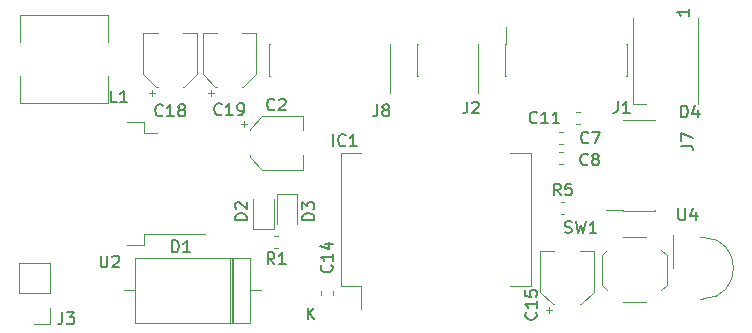
<source format=gbr>
G04 #@! TF.GenerationSoftware,KiCad,Pcbnew,5.1.0*
G04 #@! TF.CreationDate,2019-04-02T20:23:27-06:00*
G04 #@! TF.ProjectId,minisumo-FreeRTOS,6d696e69-7375-46d6-9f2d-467265655254,rev?*
G04 #@! TF.SameCoordinates,Original*
G04 #@! TF.FileFunction,Legend,Top*
G04 #@! TF.FilePolarity,Positive*
%FSLAX46Y46*%
G04 Gerber Fmt 4.6, Leading zero omitted, Abs format (unit mm)*
G04 Created by KiCad (PCBNEW 5.1.0) date 2019-04-02 20:23:27*
%MOMM*%
%LPD*%
G04 APERTURE LIST*
%ADD10C,0.120000*%
%ADD11C,0.150000*%
G04 APERTURE END LIST*
D10*
X121325000Y-94700000D02*
X122425000Y-94700000D01*
X121325000Y-93750000D02*
X121325000Y-94700000D01*
X119825000Y-93750000D02*
X121325000Y-93750000D01*
X121325000Y-103200000D02*
X126450000Y-103200000D01*
X121325000Y-104150000D02*
X121325000Y-103200000D01*
X119825000Y-104150000D02*
X121325000Y-104150000D01*
X118200000Y-84700000D02*
X118200000Y-87000000D01*
X110800000Y-84700000D02*
X118200000Y-84700000D01*
X110800000Y-87000000D02*
X110800000Y-84700000D01*
X110800000Y-92100000D02*
X110800000Y-89800000D01*
X118200000Y-92100000D02*
X110800000Y-92100000D01*
X118200000Y-89800000D02*
X118200000Y-92100000D01*
X137950000Y-96400000D02*
X137950000Y-107600000D01*
X139700000Y-107600000D02*
X139700000Y-109600000D01*
X137950000Y-107600000D02*
X139700000Y-107600000D01*
X154050000Y-107600000D02*
X152300000Y-107600000D01*
X154050000Y-96400000D02*
X154050000Y-107600000D01*
X154050000Y-96400000D02*
X152300000Y-96400000D01*
X137950000Y-96400000D02*
X139700000Y-96400000D01*
X134760000Y-97760000D02*
X134760000Y-96560000D01*
X134760000Y-93240000D02*
X134760000Y-94440000D01*
X131304437Y-93240000D02*
X134760000Y-93240000D01*
X131304437Y-97760000D02*
X134760000Y-97760000D01*
X130240000Y-96695563D02*
X130240000Y-96560000D01*
X130240000Y-94304437D02*
X130240000Y-94440000D01*
X130240000Y-94304437D02*
X131304437Y-93240000D01*
X130240000Y-96695563D02*
X131304437Y-97760000D01*
X129500000Y-93940000D02*
X130000000Y-93940000D01*
X129750000Y-93690000D02*
X129750000Y-94190000D01*
X156437221Y-95610000D02*
X156762779Y-95610000D01*
X156437221Y-94590000D02*
X156762779Y-94590000D01*
X156437221Y-96290000D02*
X156762779Y-96290000D01*
X156437221Y-97310000D02*
X156762779Y-97310000D01*
X157837221Y-92890000D02*
X158162779Y-92890000D01*
X157837221Y-93910000D02*
X158162779Y-93910000D01*
X137310000Y-108362779D02*
X137310000Y-108037221D01*
X136290000Y-108362779D02*
X136290000Y-108037221D01*
X159360000Y-104640000D02*
X158160000Y-104640000D01*
X154840000Y-104640000D02*
X156040000Y-104640000D01*
X154840000Y-108095563D02*
X154840000Y-104640000D01*
X159360000Y-108095563D02*
X159360000Y-104640000D01*
X158295563Y-109160000D02*
X158160000Y-109160000D01*
X155904437Y-109160000D02*
X156040000Y-109160000D01*
X155904437Y-109160000D02*
X154840000Y-108095563D01*
X158295563Y-109160000D02*
X159360000Y-108095563D01*
X155540000Y-109900000D02*
X155540000Y-109400000D01*
X155290000Y-109650000D02*
X155790000Y-109650000D01*
X130250000Y-110720000D02*
X130250000Y-105280000D01*
X130250000Y-105280000D02*
X120510000Y-105280000D01*
X120510000Y-105280000D02*
X120510000Y-110720000D01*
X120510000Y-110720000D02*
X130250000Y-110720000D01*
X131160000Y-108000000D02*
X130250000Y-108000000D01*
X119600000Y-108000000D02*
X120510000Y-108000000D01*
X128705000Y-110720000D02*
X128705000Y-105280000D01*
X128585000Y-110720000D02*
X128585000Y-105280000D01*
X128825000Y-110720000D02*
X128825000Y-105280000D01*
X130550000Y-102800000D02*
X132250000Y-102800000D01*
X132250000Y-102800000D02*
X132250000Y-100250000D01*
X130550000Y-102800000D02*
X130550000Y-100250000D01*
X134250000Y-99800000D02*
X134250000Y-102350000D01*
X132550000Y-99800000D02*
X132550000Y-102350000D01*
X134250000Y-99800000D02*
X132550000Y-99800000D01*
X168150000Y-84950000D02*
X168150000Y-92250000D01*
X162650000Y-84950000D02*
X162650000Y-92250000D01*
X162650000Y-92250000D02*
X163800000Y-92250000D01*
X149600000Y-87170000D02*
X149600000Y-89830000D01*
X149600000Y-89830000D02*
X149540000Y-89830000D01*
X144460000Y-89830000D02*
X144400000Y-89830000D01*
X144400000Y-87170000D02*
X144400000Y-89830000D01*
X149600000Y-87170000D02*
X149540000Y-87170000D01*
X144460000Y-87170000D02*
X144400000Y-87170000D01*
X149540000Y-89830000D02*
X149540000Y-91290000D01*
X164530000Y-101270000D02*
X161870000Y-101270000D01*
X161870000Y-101270000D02*
X161870000Y-101210000D01*
X161870000Y-93590000D02*
X161870000Y-93530000D01*
X164530000Y-93530000D02*
X161870000Y-93530000D01*
X164530000Y-101270000D02*
X164530000Y-101210000D01*
X164530000Y-93590000D02*
X164530000Y-93530000D01*
X161870000Y-101210000D02*
X160410000Y-101210000D01*
X142140000Y-87170000D02*
X142140000Y-89830000D01*
X142140000Y-89830000D02*
X142080000Y-89830000D01*
X131920000Y-89830000D02*
X131860000Y-89830000D01*
X131860000Y-87170000D02*
X131860000Y-89830000D01*
X142140000Y-87170000D02*
X142080000Y-87170000D01*
X131920000Y-87170000D02*
X131860000Y-87170000D01*
X142080000Y-89830000D02*
X142080000Y-91290000D01*
X132650279Y-104410000D02*
X132324721Y-104410000D01*
X132650279Y-103390000D02*
X132324721Y-103390000D01*
X156549721Y-100490000D02*
X156875279Y-100490000D01*
X156549721Y-101510000D02*
X156875279Y-101510000D01*
X160500000Y-104550000D02*
X160050000Y-105000000D01*
X160500000Y-107950000D02*
X160050000Y-107500000D01*
X165100000Y-107950000D02*
X165550000Y-107500000D01*
X165100000Y-104550000D02*
X165550000Y-105000000D01*
X163800000Y-109000000D02*
X161800000Y-109000000D01*
X160050000Y-105000000D02*
X160050000Y-107500000D01*
X163800000Y-103500000D02*
X161800000Y-103500000D01*
X165550000Y-105000000D02*
X165550000Y-107500000D01*
X168600000Y-103500000D02*
X168400000Y-103500000D01*
X168600000Y-108700000D02*
X168400000Y-108700000D01*
X166040000Y-103300000D02*
X166040000Y-106060000D01*
X168600000Y-108700000D02*
G75*
G03X168600000Y-103500000I0J2600000D01*
G01*
X151860000Y-89830000D02*
X151860000Y-87170000D01*
X151860000Y-87170000D02*
X151920000Y-87170000D01*
X162080000Y-87170000D02*
X162140000Y-87170000D01*
X162140000Y-89830000D02*
X162140000Y-87170000D01*
X151860000Y-89830000D02*
X151920000Y-89830000D01*
X162080000Y-89830000D02*
X162140000Y-89830000D01*
X151920000Y-87170000D02*
X151920000Y-85710000D01*
X113330000Y-105630000D02*
X110670000Y-105630000D01*
X113330000Y-108230000D02*
X113330000Y-105630000D01*
X110670000Y-108230000D02*
X110670000Y-105630000D01*
X113330000Y-108230000D02*
X110670000Y-108230000D01*
X113330000Y-109500000D02*
X113330000Y-110830000D01*
X113330000Y-110830000D02*
X112000000Y-110830000D01*
X125760000Y-86240000D02*
X124560000Y-86240000D01*
X121240000Y-86240000D02*
X122440000Y-86240000D01*
X121240000Y-89695563D02*
X121240000Y-86240000D01*
X125760000Y-89695563D02*
X125760000Y-86240000D01*
X124695563Y-90760000D02*
X124560000Y-90760000D01*
X122304437Y-90760000D02*
X122440000Y-90760000D01*
X122304437Y-90760000D02*
X121240000Y-89695563D01*
X124695563Y-90760000D02*
X125760000Y-89695563D01*
X121940000Y-91500000D02*
X121940000Y-91000000D01*
X121690000Y-91250000D02*
X122190000Y-91250000D01*
X130760000Y-86240000D02*
X129560000Y-86240000D01*
X126240000Y-86240000D02*
X127440000Y-86240000D01*
X126240000Y-89695563D02*
X126240000Y-86240000D01*
X130760000Y-89695563D02*
X130760000Y-86240000D01*
X129695563Y-90760000D02*
X129560000Y-90760000D01*
X127304437Y-90760000D02*
X127440000Y-90760000D01*
X127304437Y-90760000D02*
X126240000Y-89695563D01*
X129695563Y-90760000D02*
X130760000Y-89695563D01*
X126940000Y-91500000D02*
X126940000Y-91000000D01*
X126690000Y-91250000D02*
X127190000Y-91250000D01*
D11*
X117613095Y-105052380D02*
X117613095Y-105861904D01*
X117660714Y-105957142D01*
X117708333Y-106004761D01*
X117803571Y-106052380D01*
X117994047Y-106052380D01*
X118089285Y-106004761D01*
X118136904Y-105957142D01*
X118184523Y-105861904D01*
X118184523Y-105052380D01*
X118613095Y-105147619D02*
X118660714Y-105100000D01*
X118755952Y-105052380D01*
X118994047Y-105052380D01*
X119089285Y-105100000D01*
X119136904Y-105147619D01*
X119184523Y-105242857D01*
X119184523Y-105338095D01*
X119136904Y-105480952D01*
X118565476Y-106052380D01*
X119184523Y-106052380D01*
X118983333Y-92077380D02*
X118507142Y-92077380D01*
X118507142Y-91077380D01*
X119840476Y-92077380D02*
X119269047Y-92077380D01*
X119554761Y-92077380D02*
X119554761Y-91077380D01*
X119459523Y-91220238D01*
X119364285Y-91315476D01*
X119269047Y-91363095D01*
X137298809Y-95777380D02*
X137298809Y-94777380D01*
X138346428Y-95682142D02*
X138298809Y-95729761D01*
X138155952Y-95777380D01*
X138060714Y-95777380D01*
X137917857Y-95729761D01*
X137822619Y-95634523D01*
X137775000Y-95539285D01*
X137727380Y-95348809D01*
X137727380Y-95205952D01*
X137775000Y-95015476D01*
X137822619Y-94920238D01*
X137917857Y-94825000D01*
X138060714Y-94777380D01*
X138155952Y-94777380D01*
X138298809Y-94825000D01*
X138346428Y-94872619D01*
X139298809Y-95777380D02*
X138727380Y-95777380D01*
X139013095Y-95777380D02*
X139013095Y-94777380D01*
X138917857Y-94920238D01*
X138822619Y-95015476D01*
X138727380Y-95063095D01*
X132333333Y-92657142D02*
X132285714Y-92704761D01*
X132142857Y-92752380D01*
X132047619Y-92752380D01*
X131904761Y-92704761D01*
X131809523Y-92609523D01*
X131761904Y-92514285D01*
X131714285Y-92323809D01*
X131714285Y-92180952D01*
X131761904Y-91990476D01*
X131809523Y-91895238D01*
X131904761Y-91800000D01*
X132047619Y-91752380D01*
X132142857Y-91752380D01*
X132285714Y-91800000D01*
X132333333Y-91847619D01*
X132714285Y-91847619D02*
X132761904Y-91800000D01*
X132857142Y-91752380D01*
X133095238Y-91752380D01*
X133190476Y-91800000D01*
X133238095Y-91847619D01*
X133285714Y-91942857D01*
X133285714Y-92038095D01*
X133238095Y-92180952D01*
X132666666Y-92752380D01*
X133285714Y-92752380D01*
X158908333Y-95457142D02*
X158860714Y-95504761D01*
X158717857Y-95552380D01*
X158622619Y-95552380D01*
X158479761Y-95504761D01*
X158384523Y-95409523D01*
X158336904Y-95314285D01*
X158289285Y-95123809D01*
X158289285Y-94980952D01*
X158336904Y-94790476D01*
X158384523Y-94695238D01*
X158479761Y-94600000D01*
X158622619Y-94552380D01*
X158717857Y-94552380D01*
X158860714Y-94600000D01*
X158908333Y-94647619D01*
X159241666Y-94552380D02*
X159908333Y-94552380D01*
X159479761Y-95552380D01*
X158858333Y-97307142D02*
X158810714Y-97354761D01*
X158667857Y-97402380D01*
X158572619Y-97402380D01*
X158429761Y-97354761D01*
X158334523Y-97259523D01*
X158286904Y-97164285D01*
X158239285Y-96973809D01*
X158239285Y-96830952D01*
X158286904Y-96640476D01*
X158334523Y-96545238D01*
X158429761Y-96450000D01*
X158572619Y-96402380D01*
X158667857Y-96402380D01*
X158810714Y-96450000D01*
X158858333Y-96497619D01*
X159429761Y-96830952D02*
X159334523Y-96783333D01*
X159286904Y-96735714D01*
X159239285Y-96640476D01*
X159239285Y-96592857D01*
X159286904Y-96497619D01*
X159334523Y-96450000D01*
X159429761Y-96402380D01*
X159620238Y-96402380D01*
X159715476Y-96450000D01*
X159763095Y-96497619D01*
X159810714Y-96592857D01*
X159810714Y-96640476D01*
X159763095Y-96735714D01*
X159715476Y-96783333D01*
X159620238Y-96830952D01*
X159429761Y-96830952D01*
X159334523Y-96878571D01*
X159286904Y-96926190D01*
X159239285Y-97021428D01*
X159239285Y-97211904D01*
X159286904Y-97307142D01*
X159334523Y-97354761D01*
X159429761Y-97402380D01*
X159620238Y-97402380D01*
X159715476Y-97354761D01*
X159763095Y-97307142D01*
X159810714Y-97211904D01*
X159810714Y-97021428D01*
X159763095Y-96926190D01*
X159715476Y-96878571D01*
X159620238Y-96830952D01*
X154557142Y-93757142D02*
X154509523Y-93804761D01*
X154366666Y-93852380D01*
X154271428Y-93852380D01*
X154128571Y-93804761D01*
X154033333Y-93709523D01*
X153985714Y-93614285D01*
X153938095Y-93423809D01*
X153938095Y-93280952D01*
X153985714Y-93090476D01*
X154033333Y-92995238D01*
X154128571Y-92900000D01*
X154271428Y-92852380D01*
X154366666Y-92852380D01*
X154509523Y-92900000D01*
X154557142Y-92947619D01*
X155509523Y-93852380D02*
X154938095Y-93852380D01*
X155223809Y-93852380D02*
X155223809Y-92852380D01*
X155128571Y-92995238D01*
X155033333Y-93090476D01*
X154938095Y-93138095D01*
X156461904Y-93852380D02*
X155890476Y-93852380D01*
X156176190Y-93852380D02*
X156176190Y-92852380D01*
X156080952Y-92995238D01*
X155985714Y-93090476D01*
X155890476Y-93138095D01*
X137157142Y-105842857D02*
X137204761Y-105890476D01*
X137252380Y-106033333D01*
X137252380Y-106128571D01*
X137204761Y-106271428D01*
X137109523Y-106366666D01*
X137014285Y-106414285D01*
X136823809Y-106461904D01*
X136680952Y-106461904D01*
X136490476Y-106414285D01*
X136395238Y-106366666D01*
X136300000Y-106271428D01*
X136252380Y-106128571D01*
X136252380Y-106033333D01*
X136300000Y-105890476D01*
X136347619Y-105842857D01*
X137252380Y-104890476D02*
X137252380Y-105461904D01*
X137252380Y-105176190D02*
X136252380Y-105176190D01*
X136395238Y-105271428D01*
X136490476Y-105366666D01*
X136538095Y-105461904D01*
X136585714Y-104033333D02*
X137252380Y-104033333D01*
X136204761Y-104271428D02*
X136919047Y-104509523D01*
X136919047Y-103890476D01*
X154457142Y-109842857D02*
X154504761Y-109890476D01*
X154552380Y-110033333D01*
X154552380Y-110128571D01*
X154504761Y-110271428D01*
X154409523Y-110366666D01*
X154314285Y-110414285D01*
X154123809Y-110461904D01*
X153980952Y-110461904D01*
X153790476Y-110414285D01*
X153695238Y-110366666D01*
X153600000Y-110271428D01*
X153552380Y-110128571D01*
X153552380Y-110033333D01*
X153600000Y-109890476D01*
X153647619Y-109842857D01*
X154552380Y-108890476D02*
X154552380Y-109461904D01*
X154552380Y-109176190D02*
X153552380Y-109176190D01*
X153695238Y-109271428D01*
X153790476Y-109366666D01*
X153838095Y-109461904D01*
X153552380Y-107985714D02*
X153552380Y-108461904D01*
X154028571Y-108509523D01*
X153980952Y-108461904D01*
X153933333Y-108366666D01*
X153933333Y-108128571D01*
X153980952Y-108033333D01*
X154028571Y-107985714D01*
X154123809Y-107938095D01*
X154361904Y-107938095D01*
X154457142Y-107985714D01*
X154504761Y-108033333D01*
X154552380Y-108128571D01*
X154552380Y-108366666D01*
X154504761Y-108461904D01*
X154457142Y-108509523D01*
X123661904Y-104752380D02*
X123661904Y-103752380D01*
X123900000Y-103752380D01*
X124042857Y-103800000D01*
X124138095Y-103895238D01*
X124185714Y-103990476D01*
X124233333Y-104180952D01*
X124233333Y-104323809D01*
X124185714Y-104514285D01*
X124138095Y-104609523D01*
X124042857Y-104704761D01*
X123900000Y-104752380D01*
X123661904Y-104752380D01*
X125185714Y-104752380D02*
X124614285Y-104752380D01*
X124900000Y-104752380D02*
X124900000Y-103752380D01*
X124804761Y-103895238D01*
X124709523Y-103990476D01*
X124614285Y-104038095D01*
X135138095Y-110452380D02*
X135138095Y-109452380D01*
X135709523Y-110452380D02*
X135280952Y-109880952D01*
X135709523Y-109452380D02*
X135138095Y-110023809D01*
X130002380Y-102038095D02*
X129002380Y-102038095D01*
X129002380Y-101800000D01*
X129050000Y-101657142D01*
X129145238Y-101561904D01*
X129240476Y-101514285D01*
X129430952Y-101466666D01*
X129573809Y-101466666D01*
X129764285Y-101514285D01*
X129859523Y-101561904D01*
X129954761Y-101657142D01*
X130002380Y-101800000D01*
X130002380Y-102038095D01*
X129097619Y-101085714D02*
X129050000Y-101038095D01*
X129002380Y-100942857D01*
X129002380Y-100704761D01*
X129050000Y-100609523D01*
X129097619Y-100561904D01*
X129192857Y-100514285D01*
X129288095Y-100514285D01*
X129430952Y-100561904D01*
X130002380Y-101133333D01*
X130002380Y-100514285D01*
X135702380Y-102038095D02*
X134702380Y-102038095D01*
X134702380Y-101800000D01*
X134750000Y-101657142D01*
X134845238Y-101561904D01*
X134940476Y-101514285D01*
X135130952Y-101466666D01*
X135273809Y-101466666D01*
X135464285Y-101514285D01*
X135559523Y-101561904D01*
X135654761Y-101657142D01*
X135702380Y-101800000D01*
X135702380Y-102038095D01*
X134702380Y-101133333D02*
X134702380Y-100514285D01*
X135083333Y-100847619D01*
X135083333Y-100704761D01*
X135130952Y-100609523D01*
X135178571Y-100561904D01*
X135273809Y-100514285D01*
X135511904Y-100514285D01*
X135607142Y-100561904D01*
X135654761Y-100609523D01*
X135702380Y-100704761D01*
X135702380Y-100990476D01*
X135654761Y-101085714D01*
X135607142Y-101133333D01*
X166761904Y-93352380D02*
X166761904Y-92352380D01*
X167000000Y-92352380D01*
X167142857Y-92400000D01*
X167238095Y-92495238D01*
X167285714Y-92590476D01*
X167333333Y-92780952D01*
X167333333Y-92923809D01*
X167285714Y-93114285D01*
X167238095Y-93209523D01*
X167142857Y-93304761D01*
X167000000Y-93352380D01*
X166761904Y-93352380D01*
X168190476Y-92685714D02*
X168190476Y-93352380D01*
X167952380Y-92304761D02*
X167714285Y-93019047D01*
X168333333Y-93019047D01*
X167452380Y-84164285D02*
X167452380Y-84735714D01*
X167452380Y-84450000D02*
X166452380Y-84450000D01*
X166595238Y-84545238D01*
X166690476Y-84640476D01*
X166738095Y-84735714D01*
X148641666Y-92002380D02*
X148641666Y-92716666D01*
X148594047Y-92859523D01*
X148498809Y-92954761D01*
X148355952Y-93002380D01*
X148260714Y-93002380D01*
X149070238Y-92097619D02*
X149117857Y-92050000D01*
X149213095Y-92002380D01*
X149451190Y-92002380D01*
X149546428Y-92050000D01*
X149594047Y-92097619D01*
X149641666Y-92192857D01*
X149641666Y-92288095D01*
X149594047Y-92430952D01*
X149022619Y-93002380D01*
X149641666Y-93002380D01*
X166752380Y-95733333D02*
X167466666Y-95733333D01*
X167609523Y-95780952D01*
X167704761Y-95876190D01*
X167752380Y-96019047D01*
X167752380Y-96114285D01*
X166752380Y-95352380D02*
X166752380Y-94685714D01*
X167752380Y-95114285D01*
X141041666Y-92252380D02*
X141041666Y-92966666D01*
X140994047Y-93109523D01*
X140898809Y-93204761D01*
X140755952Y-93252380D01*
X140660714Y-93252380D01*
X141660714Y-92680952D02*
X141565476Y-92633333D01*
X141517857Y-92585714D01*
X141470238Y-92490476D01*
X141470238Y-92442857D01*
X141517857Y-92347619D01*
X141565476Y-92300000D01*
X141660714Y-92252380D01*
X141851190Y-92252380D01*
X141946428Y-92300000D01*
X141994047Y-92347619D01*
X142041666Y-92442857D01*
X142041666Y-92490476D01*
X141994047Y-92585714D01*
X141946428Y-92633333D01*
X141851190Y-92680952D01*
X141660714Y-92680952D01*
X141565476Y-92728571D01*
X141517857Y-92776190D01*
X141470238Y-92871428D01*
X141470238Y-93061904D01*
X141517857Y-93157142D01*
X141565476Y-93204761D01*
X141660714Y-93252380D01*
X141851190Y-93252380D01*
X141946428Y-93204761D01*
X141994047Y-93157142D01*
X142041666Y-93061904D01*
X142041666Y-92871428D01*
X141994047Y-92776190D01*
X141946428Y-92728571D01*
X141851190Y-92680952D01*
X132320833Y-105782380D02*
X131987500Y-105306190D01*
X131749404Y-105782380D02*
X131749404Y-104782380D01*
X132130357Y-104782380D01*
X132225595Y-104830000D01*
X132273214Y-104877619D01*
X132320833Y-104972857D01*
X132320833Y-105115714D01*
X132273214Y-105210952D01*
X132225595Y-105258571D01*
X132130357Y-105306190D01*
X131749404Y-105306190D01*
X133273214Y-105782380D02*
X132701785Y-105782380D01*
X132987500Y-105782380D02*
X132987500Y-104782380D01*
X132892261Y-104925238D01*
X132797023Y-105020476D01*
X132701785Y-105068095D01*
X156558333Y-99952380D02*
X156225000Y-99476190D01*
X155986904Y-99952380D02*
X155986904Y-98952380D01*
X156367857Y-98952380D01*
X156463095Y-99000000D01*
X156510714Y-99047619D01*
X156558333Y-99142857D01*
X156558333Y-99285714D01*
X156510714Y-99380952D01*
X156463095Y-99428571D01*
X156367857Y-99476190D01*
X155986904Y-99476190D01*
X157463095Y-98952380D02*
X156986904Y-98952380D01*
X156939285Y-99428571D01*
X156986904Y-99380952D01*
X157082142Y-99333333D01*
X157320238Y-99333333D01*
X157415476Y-99380952D01*
X157463095Y-99428571D01*
X157510714Y-99523809D01*
X157510714Y-99761904D01*
X157463095Y-99857142D01*
X157415476Y-99904761D01*
X157320238Y-99952380D01*
X157082142Y-99952380D01*
X156986904Y-99904761D01*
X156939285Y-99857142D01*
X156916666Y-103079761D02*
X157059523Y-103127380D01*
X157297619Y-103127380D01*
X157392857Y-103079761D01*
X157440476Y-103032142D01*
X157488095Y-102936904D01*
X157488095Y-102841666D01*
X157440476Y-102746428D01*
X157392857Y-102698809D01*
X157297619Y-102651190D01*
X157107142Y-102603571D01*
X157011904Y-102555952D01*
X156964285Y-102508333D01*
X156916666Y-102413095D01*
X156916666Y-102317857D01*
X156964285Y-102222619D01*
X157011904Y-102175000D01*
X157107142Y-102127380D01*
X157345238Y-102127380D01*
X157488095Y-102175000D01*
X157821428Y-102127380D02*
X158059523Y-103127380D01*
X158250000Y-102413095D01*
X158440476Y-103127380D01*
X158678571Y-102127380D01*
X159583333Y-103127380D02*
X159011904Y-103127380D01*
X159297619Y-103127380D02*
X159297619Y-102127380D01*
X159202380Y-102270238D01*
X159107142Y-102365476D01*
X159011904Y-102413095D01*
X166538095Y-101052380D02*
X166538095Y-101861904D01*
X166585714Y-101957142D01*
X166633333Y-102004761D01*
X166728571Y-102052380D01*
X166919047Y-102052380D01*
X167014285Y-102004761D01*
X167061904Y-101957142D01*
X167109523Y-101861904D01*
X167109523Y-101052380D01*
X168014285Y-101385714D02*
X168014285Y-102052380D01*
X167776190Y-101004761D02*
X167538095Y-101719047D01*
X168157142Y-101719047D01*
X161391666Y-91977380D02*
X161391666Y-92691666D01*
X161344047Y-92834523D01*
X161248809Y-92929761D01*
X161105952Y-92977380D01*
X161010714Y-92977380D01*
X162391666Y-92977380D02*
X161820238Y-92977380D01*
X162105952Y-92977380D02*
X162105952Y-91977380D01*
X162010714Y-92120238D01*
X161915476Y-92215476D01*
X161820238Y-92263095D01*
X114366666Y-109852380D02*
X114366666Y-110566666D01*
X114319047Y-110709523D01*
X114223809Y-110804761D01*
X114080952Y-110852380D01*
X113985714Y-110852380D01*
X114747619Y-109852380D02*
X115366666Y-109852380D01*
X115033333Y-110233333D01*
X115176190Y-110233333D01*
X115271428Y-110280952D01*
X115319047Y-110328571D01*
X115366666Y-110423809D01*
X115366666Y-110661904D01*
X115319047Y-110757142D01*
X115271428Y-110804761D01*
X115176190Y-110852380D01*
X114890476Y-110852380D01*
X114795238Y-110804761D01*
X114747619Y-110757142D01*
X122857142Y-93157142D02*
X122809523Y-93204761D01*
X122666666Y-93252380D01*
X122571428Y-93252380D01*
X122428571Y-93204761D01*
X122333333Y-93109523D01*
X122285714Y-93014285D01*
X122238095Y-92823809D01*
X122238095Y-92680952D01*
X122285714Y-92490476D01*
X122333333Y-92395238D01*
X122428571Y-92300000D01*
X122571428Y-92252380D01*
X122666666Y-92252380D01*
X122809523Y-92300000D01*
X122857142Y-92347619D01*
X123809523Y-93252380D02*
X123238095Y-93252380D01*
X123523809Y-93252380D02*
X123523809Y-92252380D01*
X123428571Y-92395238D01*
X123333333Y-92490476D01*
X123238095Y-92538095D01*
X124380952Y-92680952D02*
X124285714Y-92633333D01*
X124238095Y-92585714D01*
X124190476Y-92490476D01*
X124190476Y-92442857D01*
X124238095Y-92347619D01*
X124285714Y-92300000D01*
X124380952Y-92252380D01*
X124571428Y-92252380D01*
X124666666Y-92300000D01*
X124714285Y-92347619D01*
X124761904Y-92442857D01*
X124761904Y-92490476D01*
X124714285Y-92585714D01*
X124666666Y-92633333D01*
X124571428Y-92680952D01*
X124380952Y-92680952D01*
X124285714Y-92728571D01*
X124238095Y-92776190D01*
X124190476Y-92871428D01*
X124190476Y-93061904D01*
X124238095Y-93157142D01*
X124285714Y-93204761D01*
X124380952Y-93252380D01*
X124571428Y-93252380D01*
X124666666Y-93204761D01*
X124714285Y-93157142D01*
X124761904Y-93061904D01*
X124761904Y-92871428D01*
X124714285Y-92776190D01*
X124666666Y-92728571D01*
X124571428Y-92680952D01*
X127857142Y-93057142D02*
X127809523Y-93104761D01*
X127666666Y-93152380D01*
X127571428Y-93152380D01*
X127428571Y-93104761D01*
X127333333Y-93009523D01*
X127285714Y-92914285D01*
X127238095Y-92723809D01*
X127238095Y-92580952D01*
X127285714Y-92390476D01*
X127333333Y-92295238D01*
X127428571Y-92200000D01*
X127571428Y-92152380D01*
X127666666Y-92152380D01*
X127809523Y-92200000D01*
X127857142Y-92247619D01*
X128809523Y-93152380D02*
X128238095Y-93152380D01*
X128523809Y-93152380D02*
X128523809Y-92152380D01*
X128428571Y-92295238D01*
X128333333Y-92390476D01*
X128238095Y-92438095D01*
X129285714Y-93152380D02*
X129476190Y-93152380D01*
X129571428Y-93104761D01*
X129619047Y-93057142D01*
X129714285Y-92914285D01*
X129761904Y-92723809D01*
X129761904Y-92342857D01*
X129714285Y-92247619D01*
X129666666Y-92200000D01*
X129571428Y-92152380D01*
X129380952Y-92152380D01*
X129285714Y-92200000D01*
X129238095Y-92247619D01*
X129190476Y-92342857D01*
X129190476Y-92580952D01*
X129238095Y-92676190D01*
X129285714Y-92723809D01*
X129380952Y-92771428D01*
X129571428Y-92771428D01*
X129666666Y-92723809D01*
X129714285Y-92676190D01*
X129761904Y-92580952D01*
M02*

</source>
